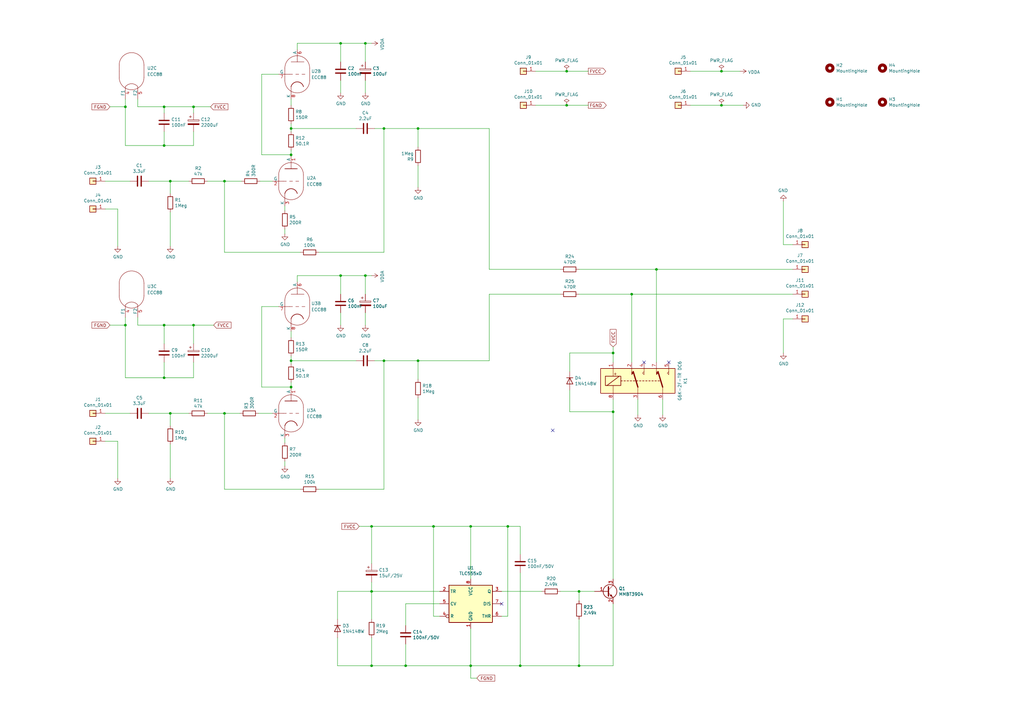
<source format=kicad_sch>
(kicad_sch (version 20211123) (generator eeschema)
  (paper "A3")
  (title_block (title "SRPP+ Pre-Amp ECC88/E88CC") (date "2022-08-13") (rev "V1"))
  (lib_symbols
    (symbol "Connector_Generic:Conn_01x01" (pin_names (offset 1.016) hide)
      (property "Reference" "J" (at 0 2.54 0))
      (property "Value" "Conn_01x01" (at 0 -2.54 0))
      (symbol "Conn_01x01_1_1"
        (rectangle (start -1.27 0.127) (end 0 -0.127) (stroke (width 0.1524)))
        (rectangle (start -1.27 1.27) (end 1.27 -1.27) (stroke (width 0.254)) (fill (type background)))
        (pin passive line (at -5.08 0 0) (length 3.81) (name "Pin_1") (number "1"))
      )
    )
    (symbol "Device:C" (pin_numbers hide) (pin_names (offset 0.254))
      (property "Reference" "C" (at 0.635 2.54 0))
      (property "Value" "C" (at 0.635 -2.54 0))
      (symbol "C_0_1"
        (polyline (pts (xy -2.032 -0.762) (xy 2.032 -0.762)) (stroke (width 0.508)))
        (polyline (pts (xy -2.032 0.762) (xy 2.032 0.762)) (stroke (width 0.508)))
      )
      (symbol "C_1_1"
        (pin passive line (at 0 3.81 270) (length 2.794) (name "~") (number "1"))
        (pin passive line (at 0 -3.81 90) (length 2.794) (name "~") (number "2"))
      )
    )
    (symbol "Device:C_Polarized" (pin_numbers hide) (pin_names (offset 0.254))
      (property "Reference" "C" (at 0.635 2.54 0))
      (property "Value" "C_Polarized" (at 0.635 -2.54 0))
      (symbol "C_Polarized_0_1"
        (rectangle (start -2.286 0.508) (end 2.286 1.016))
        (polyline (pts (xy -1.778 2.286) (xy -0.762 2.286)))
        (polyline (pts (xy -1.27 2.794) (xy -1.27 1.778)))
        (rectangle (start 2.286 -0.508) (end -2.286 -1.016) (fill (type outline)))
      )
      (symbol "C_Polarized_1_1"
        (pin passive line (at 0 3.81 270) (length 2.794) (name "~") (number "1"))
        (pin passive line (at 0 -3.81 90) (length 2.794) (name "~") (number "2"))
      )
    )
    (symbol "Device:R" (pin_numbers hide) (pin_names (offset 0))
      (property "Reference" "R" (at 2.032 0 90))
      (property "Value" "R" (at 0 0 90))
      (symbol "R_0_1"
        (rectangle (start -1.016 -2.54) (end 1.016 2.54) (stroke (width 0.254)))
      )
      (symbol "R_1_1"
        (pin passive line (at 0 3.81 270) (length 1.27) (name "~") (number "1"))
        (pin passive line (at 0 -3.81 90) (length 1.27) (name "~") (number "2"))
      )
    )
    (symbol "Diode:1N4148W" (pin_numbers hide) (pin_names (offset 1.016) hide)
      (property "Reference" "D" (at 0 2.54 0))
      (property "Value" "1N4148W" (at 0 -2.54 0))
      (symbol "1N4148W_0_1"
        (polyline (pts (xy -1.27 1.27) (xy -1.27 -1.27)) (stroke (width 0.254)))
        (polyline (pts (xy 1.27 0) (xy -1.27 0)))
        (polyline (pts (xy 1.27 1.27) (xy 1.27 -1.27) (xy -1.27 0) (xy 1.27 1.27)) (stroke (width 0.254)))
      )
      (symbol "1N4148W_1_1"
        (pin passive line (at -3.81 0 0) (length 2.54) (name "K") (number "1"))
        (pin passive line (at 3.81 0 180) (length 2.54) (name "A") (number "2"))
      )
    )
    (symbol "Mechanical:MountingHole" (pin_names (offset 1.016))
      (property "Reference" "H" (at 0 5.08 0))
      (property "Value" "MountingHole" (at 0 3.175 0))
      (symbol "MountingHole_0_1"
        (circle (center 0 0) (radius 1.27) (stroke (width 1.27)))
      )
    )
    (symbol "Relay:G6K-2"
      (property "Reference" "K" (at 16.51 3.81 0))
      (property "Value" "G6K-2" (at 16.51 1.27 0))
      (symbol "G6K-2_0_0"
        (text "+" (at -9.271 2.921 0) (effects (font (size 1.27 1.27))))
      )
      (symbol "G6K-2_0_1"
        (rectangle (start -15.24 5.08) (end 15.24 -5.08) (stroke (width 0.254)) (fill (type background)))
        (rectangle (start -13.335 1.905) (end -6.985 -1.905) (stroke (width 0.254)))
        (polyline (pts (xy -12.7 -1.905) (xy -7.62 1.905)) (stroke (width 0.254)))
        (polyline (pts (xy -10.16 -5.08) (xy -10.16 -1.905)))
        (polyline (pts (xy -10.16 5.08) (xy -10.16 1.905)))
        (polyline (pts (xy -6.985 0) (xy -6.35 0)) (stroke (width 0.254)))
        (polyline (pts (xy -5.715 0) (xy -5.08 0)) (stroke (width 0.254)))
        (polyline (pts (xy -4.445 0) (xy -3.81 0)) (stroke (width 0.254)))
        (polyline (pts (xy -3.175 0) (xy -2.54 0)) (stroke (width 0.254)))
        (polyline (pts (xy -1.905 0) (xy -1.27 0)) (stroke (width 0.254)))
        (polyline (pts (xy -0.635 0) (xy 0 0)) (stroke (width 0.254)))
        (polyline (pts (xy 0 -2.54) (xy -1.905 3.81)) (stroke (width 0.508)))
        (polyline (pts (xy 0 -2.54) (xy 0 -5.08)))
        (polyline (pts (xy 0.635 0) (xy 1.27 0)) (stroke (width 0.254)))
        (polyline (pts (xy 1.905 0) (xy 2.54 0)) (stroke (width 0.254)))
        (polyline (pts (xy 3.175 0) (xy 3.81 0)) (stroke (width 0.254)))
        (polyline (pts (xy 4.445 0) (xy 5.08 0)) (stroke (width 0.254)))
        (polyline (pts (xy 5.715 0) (xy 6.35 0)) (stroke (width 0.254)))
        (polyline (pts (xy 6.985 0) (xy 7.62 0)) (stroke (width 0.254)))
        (polyline (pts (xy 8.255 0) (xy 8.89 0)) (stroke (width 0.254)))
        (polyline (pts (xy 10.16 -2.54) (xy 8.255 3.81)) (stroke (width 0.508)))
        (polyline (pts (xy 10.16 -2.54) (xy 10.16 -5.08)))
        (polyline (pts (xy -2.54 5.08) (xy -2.54 2.54) (xy -1.905 3.175) (xy -2.54 3.81)) (fill (type outline)))
        (polyline (pts (xy 2.54 5.08) (xy 2.54 2.54) (xy 1.905 3.175) (xy 2.54 3.81)))
        (polyline (pts (xy 7.62 5.08) (xy 7.62 2.54) (xy 8.255 3.175) (xy 7.62 3.81)) (fill (type outline)))
        (polyline (pts (xy 12.7 5.08) (xy 12.7 2.54) (xy 12.065 3.175) (xy 12.7 3.81)))
      )
      (symbol "G6K-2_1_1"
        (pin passive line (at -10.16 7.62 270) (length 2.54) (name "~") (number "1"))
        (pin passive line (at -2.54 7.62 270) (length 2.54) (name "~") (number "2"))
        (pin passive line (at 0 -7.62 90) (length 2.54) (name "~") (number "3"))
        (pin passive line (at 2.54 7.62 270) (length 2.54) (name "~") (number "4"))
        (pin passive line (at 12.7 7.62 270) (length 2.54) (name "~") (number "5"))
        (pin passive line (at 10.16 -7.62 90) (length 2.54) (name "~") (number "6"))
        (pin passive line (at 7.62 7.62 270) (length 2.54) (name "~") (number "7"))
        (pin passive line (at -10.16 -7.62 90) (length 2.54) (name "~") (number "8"))
      )
    )
    (symbol "Timer:TLC555xD"
      (property "Reference" "U" (at -10.16 8.89 0))
      (property "Value" "TLC555xD" (at 2.54 8.89 0))
      (symbol "TLC555xD_0_0"
        (pin power_in line (at 0 -10.16 90) (length 2.54) (name "GND") (number "1"))
        (pin power_in line (at 0 10.16 270) (length 2.54) (name "VCC") (number "8"))
      )
      (symbol "TLC555xD_0_1"
        (rectangle (start -8.89 -7.62) (end 8.89 7.62) (stroke (width 0.254)) (fill (type background)))
        (rectangle (start -8.89 -7.62) (end 8.89 7.62) (stroke (width 0.254)) (fill (type background)))
      )
      (symbol "TLC555xD_1_1"
        (pin input line (at -12.7 5.08 0) (length 3.81) (name "TR") (number "2"))
        (pin output line (at 12.7 5.08 180) (length 3.81) (name "Q") (number "3"))
        (pin input inverted (at -12.7 -5.08 0) (length 3.81) (name "R") (number "4"))
        (pin input line (at -12.7 0 0) (length 3.81) (name "CV") (number "5"))
        (pin input line (at 12.7 -5.08 180) (length 3.81) (name "THR") (number "6"))
        (pin input line (at 12.7 0 180) (length 3.81) (name "DIS") (number "7"))
      )
    )
    (symbol "Transistor_BJT:MMBT3904" (pin_names (offset 0) hide)
      (property "Reference" "Q" (at 5.08 1.905 0))
      (property "Value" "MMBT3904" (at 5.08 0 0))
      (symbol "MMBT3904_0_1"
        (polyline (pts (xy 0.635 0.635) (xy 2.54 2.54)))
        (polyline (pts (xy 0.635 -0.635) (xy 2.54 -2.54) (xy 2.54 -2.54)))
        (polyline (pts (xy 0.635 1.905) (xy 0.635 -1.905) (xy 0.635 -1.905)) (stroke (width 0.508)))
        (polyline (pts (xy 1.27 -1.778) (xy 1.778 -1.27) (xy 2.286 -2.286) (xy 1.27 -1.778) (xy 1.27 -1.778)) (fill (type outline)))
        (circle (center 1.27 0) (radius 2.8194) (stroke (width 0.254)))
      )
      (symbol "MMBT3904_1_1"
        (pin input line (at -5.08 0 0) (length 5.715) (name "B") (number "1"))
        (pin passive line (at 2.54 -5.08 90) (length 2.54) (name "E") (number "2"))
        (pin passive line (at 2.54 5.08 270) (length 2.54) (name "C") (number "3"))
      )
    )
    (symbol "Valve:ECC88" (pin_names (offset 0))
      (property "Reference" "U" (at 4.318 7.112 0))
      (property "Value" "ECC88" (at 5.08 -7.62 0))
      (symbol "ECC88_0_1"
        (arc (start -5.08 -2.54) (mid 0 -7.62) (end 5.08 -2.54))
        (polyline (pts (xy -5.08 0) (xy -5.08 -2.54)))
        (polyline (pts (xy -5.08 2.54) (xy -5.08 0)))
        (polyline (pts (xy 5.08 2.54) (xy 5.08 -2.54)))
        (arc (start 5.08 2.54) (mid 0 7.62) (end -5.08 2.54))
      )
      (symbol "ECC88_1_0"
        (polyline (pts (xy -2.54 -5.08) (xy -2.54 -7.62)))
        (polyline (pts (xy 0 5.08) (xy 0 7.62)))
      )
      (symbol "ECC88_1_1"
        (polyline (pts (xy -5.08 0) (xy -3.175 0)))
        (polyline (pts (xy -1.905 0) (xy -3.175 0)) (stroke (width 0.1524)))
        (polyline (pts (xy -0.635 0) (xy 0.635 0)) (stroke (width 0.1524)))
        (polyline (pts (xy 1.905 0) (xy 3.175 0)) (stroke (width 0.1524)))
        (polyline (pts (xy -2.54 5.08) (xy 2.54 5.08) (xy 2.54 5.08)) (stroke (width 0.254)))
        (arc (start 2.54 -5.08) (mid 0 -3.0968) (end -2.54 -5.08) (stroke (width 0.254)))
        (pin output line (at 0 10.16 270) (length 2.54) (name "A") (number "1"))
        (pin input line (at -7.62 0 0) (length 2.54) (name "G") (number "2"))
        (pin bidirectional line (at -2.54 -10.16 90) (length 2.54) (name "K") (number "3"))
      )
      (symbol "ECC88_2_0"
        (polyline (pts (xy -5.08 0) (xy -3.175 0)))
        (polyline (pts (xy -2.54 -5.08) (xy -2.54 -7.62)))
        (polyline (pts (xy -1.905 0) (xy -3.175 0)) (stroke (width 0.1524)))
        (polyline (pts (xy -0.635 0) (xy 0.635 0)) (stroke (width 0.1524)))
        (polyline (pts (xy 0 5.08) (xy 0 7.62)))
        (polyline (pts (xy 1.905 0) (xy 3.175 0)) (stroke (width 0.1524)))
        (polyline (pts (xy 2.794 5.08) (xy -2.54 5.08) (xy -2.54 5.08)) (stroke (width 0.1524)))
      )
      (symbol "ECC88_2_1"
        (arc (start 2.54 -5.08) (mid 0 -3.0968) (end -2.54 -5.08) (stroke (width 0.254)))
        (pin output line (at 0 10.16 270) (length 2.54) (name "A") (number "6"))
        (pin input line (at -7.62 0 0) (length 2.54) (name "G") (number "7"))
        (pin bidirectional line (at -2.54 -10.16 90) (length 2.54) (name "K") (number "8"))
      )
      (symbol "ECC88_3_1"
        (arc (start 2.54 -6.35) (mid 0 -5.1292) (end -2.54 -6.35))
        (pin power_in line (at -2.54 -11.43 90) (length 5.08) (name "F1") (number "4"))
        (pin power_in line (at 2.54 -11.43 90) (length 5.08) (name "F2") (number "5"))
      )
    )
    (symbol "power:GND" (power) (pin_names (offset 0))
      (property "Value" "GND" (at 0 -3.81 0))
      (symbol "GND_0_1"
        (polyline (pts (xy 0 0) (xy 0 -1.27) (xy 1.27 -1.27) (xy 0 -2.54) (xy -1.27 -1.27) (xy 0 -1.27)))
      )
      (symbol "GND_1_1"
        (pin power_in line (at 0 0 270) (length 0) hide (name "GND") (number "1"))
      )
    )
    (symbol "power:PWR_FLAG" (power) (pin_numbers hide) (pin_names (offset 0) hide)
      (property "Value" "PWR_FLAG" (at 0 3.81 0))
      (symbol "PWR_FLAG_0_0"
        (pin power_out line (at 0 0 90) (length 0) (name "pwr") (number "1"))
      )
      (symbol "PWR_FLAG_0_1"
        (polyline (pts (xy 0 0) (xy 0 1.27) (xy -1.016 1.905) (xy 0 2.54) (xy 1.016 1.905) (xy 0 1.27)))
      )
    )
    (symbol "power:VDDA" (power) (pin_names (offset 0))
      (property "Value" "VDDA" (at 0 3.81 0))
      (symbol "VDDA_0_1"
        (polyline (pts (xy -0.762 1.27) (xy 0 2.54)))
        (polyline (pts (xy 0 0) (xy 0 2.54)))
        (polyline (pts (xy 0 2.54) (xy 0.762 1.27)))
      )
      (symbol "VDDA_1_1"
        (pin power_in line (at 0 0 90) (length 0) hide (name "VDDA") (number "1"))
      )
    )
  )
  (junction (at 193.04 215.9))
  (junction (at 67.31 154.94))
  (junction (at 237.49 273.05))
  (junction (at 79.375 43.815))
  (junction (at 119.38 147.955))
  (junction (at 152.4 273.05))
  (junction (at 51.435 43.815))
  (junction (at 251.46 144.78))
  (junction (at 295.91 43.18))
  (junction (at 251.46 168.91))
  (junction (at 69.85 74.295))
  (junction (at 193.04 273.05))
  (junction (at 177.8 215.9))
  (junction (at 152.4 242.57))
  (junction (at 67.31 133.35))
  (junction (at 67.31 43.815))
  (junction (at 139.7 17.78))
  (junction (at 232.41 43.18))
  (junction (at 295.91 29.21))
  (junction (at 119.38 63.5))
  (junction (at 67.31 59.69))
  (junction (at 79.375 133.35))
  (junction (at 152.4 215.9))
  (junction (at 171.45 147.955))
  (junction (at 157.48 52.705))
  (junction (at 269.24 110.49))
  (junction (at 92.075 169.545))
  (junction (at 208.28 215.9))
  (junction (at 171.45 52.705))
  (junction (at 119.38 158.75))
  (junction (at 51.435 133.35))
  (junction (at 232.41 29.21))
  (junction (at 237.49 242.57))
  (junction (at 259.08 120.65))
  (junction (at 213.36 273.05))
  (junction (at 157.48 147.955))
  (junction (at 149.86 113.03))
  (junction (at 139.7 113.03))
  (junction (at 92.075 74.295))
  (junction (at 119.38 52.705))
  (junction (at 166.37 273.05))
  (junction (at 149.86 17.78))
  (junction (at 69.85 169.545))
  (no_connect (at 264.16 148.59))
  (no_connect (at 274.32 148.59))
  (no_connect (at 226.695 176.53))
  (no_connect (at 205.74 247.65))
  (wire (pts (xy 157.48 52.705) (xy 153.67 52.705)))
  (wire (pts (xy 138.43 273.05) (xy 138.43 261.62)))
  (wire (pts (xy 208.28 252.73) (xy 208.28 215.9)))
  (wire (pts (xy 193.04 273.05) (xy 193.04 278.13)))
  (wire (pts (xy 92.075 169.545) (xy 98.425 169.545)))
  (wire (pts (xy 213.36 227.33) (xy 213.36 215.9)))
  (wire (pts (xy 233.68 152.4) (xy 233.68 144.78)))
  (wire (pts (xy 119.38 52.705) (xy 119.38 53.975)))
  (wire (pts (xy 85.09 169.545) (xy 92.075 169.545)))
  (wire (pts (xy 149.86 113.03) (xy 149.86 120.65)))
  (wire (pts (xy 213.36 273.05) (xy 193.04 273.05)))
  (wire (pts (xy 321.31 144.78) (xy 321.31 130.81)))
  (wire (pts (xy 106.68 74.295) (xy 111.76 74.295)))
  (wire (pts (xy 139.7 17.78) (xy 149.86 17.78)))
  (wire (pts (xy 79.375 53.975) (xy 79.375 59.69)))
  (wire (pts (xy 213.36 234.95) (xy 213.36 273.05)))
  (wire (pts (xy 153.67 147.955) (xy 157.48 147.955)))
  (wire (pts (xy 321.31 100.33) (xy 321.31 82.55)))
  (wire (pts (xy 321.31 130.81) (xy 325.12 130.81)))
  (wire (pts (xy 67.31 154.94) (xy 67.31 148.59)))
  (wire (pts (xy 139.7 38.1) (xy 139.7 33.02)))
  (wire (pts (xy 180.34 247.65) (xy 166.37 247.65)))
  (wire (pts (xy 237.49 273.05) (xy 213.36 273.05)))
  (wire (pts (xy 67.31 53.975) (xy 67.31 59.69)))
  (wire (pts (xy 69.85 169.545) (xy 60.96 169.545)))
  (wire (pts (xy 157.48 147.955) (xy 157.48 200.66)))
  (wire (pts (xy 85.09 74.295) (xy 92.075 74.295)))
  (wire (pts (xy 51.435 154.94) (xy 67.31 154.94)))
  (wire (pts (xy 237.49 242.57) (xy 229.87 242.57)))
  (wire (pts (xy 116.84 189.23) (xy 116.84 191.135)))
  (wire (pts (xy 200.66 110.49) (xy 200.66 52.705)))
  (wire (pts (xy 92.075 74.295) (xy 99.06 74.295)))
  (wire (pts (xy 67.31 43.815) (xy 79.375 43.815)))
  (wire (pts (xy 219.71 43.18) (xy 232.41 43.18)))
  (wire (pts (xy 139.7 113.03) (xy 149.86 113.03)))
  (wire (pts (xy 77.47 74.295) (xy 69.85 74.295)))
  (wire (pts (xy 139.7 120.65) (xy 139.7 113.03)))
  (wire (pts (xy 171.45 60.325) (xy 171.45 52.705)))
  (wire (pts (xy 149.86 133.35) (xy 149.86 128.27)))
  (wire (pts (xy 51.435 43.815) (xy 51.435 59.69)))
  (wire (pts (xy 119.38 147.955) (xy 119.38 149.225)))
  (wire (pts (xy 121.92 115.57) (xy 121.92 113.03)))
  (wire (pts (xy 295.91 29.21) (xy 283.21 29.21)))
  (wire (pts (xy 195.58 278.13) (xy 193.04 278.13)))
  (wire (pts (xy 152.4 242.57) (xy 152.4 254)))
  (wire (pts (xy 177.8 252.73) (xy 177.8 215.9)))
  (wire (pts (xy 119.38 147.955) (xy 146.05 147.955)))
  (wire (pts (xy 193.04 257.81) (xy 193.04 273.05)))
  (wire (pts (xy 130.81 103.505) (xy 157.48 103.505)))
  (wire (pts (xy 69.85 174.625) (xy 69.85 169.545)))
  (wire (pts (xy 303.53 29.21) (xy 295.91 29.21)))
  (wire (pts (xy 251.46 163.83) (xy 251.46 168.91)))
  (wire (pts (xy 251.46 144.78) (xy 251.46 142.24)))
  (wire (pts (xy 157.48 52.705) (xy 171.45 52.705)))
  (wire (pts (xy 79.375 140.97) (xy 79.375 133.35)))
  (wire (pts (xy 56.515 133.35) (xy 67.31 133.35)))
  (wire (pts (xy 243.84 242.57) (xy 237.49 242.57)))
  (wire (pts (xy 67.31 43.815) (xy 67.31 46.355)))
  (wire (pts (xy 119.105 147.955) (xy 119.38 147.955)))
  (wire (pts (xy 51.435 154.94) (xy 51.435 133.35)))
  (wire (pts (xy 51.435 133.35) (xy 51.435 130.175)))
  (wire (pts (xy 205.74 242.57) (xy 222.25 242.57)))
  (wire (pts (xy 45.085 133.35) (xy 51.435 133.35)))
  (wire (pts (xy 251.46 247.65) (xy 251.46 273.05)))
  (wire (pts (xy 233.68 168.91) (xy 251.46 168.91)))
  (wire (pts (xy 48.26 85.725) (xy 43.18 85.725)))
  (wire (pts (xy 237.49 120.65) (xy 259.08 120.65)))
  (wire (pts (xy 67.31 154.94) (xy 79.375 154.94)))
  (wire (pts (xy 119.38 61.595) (xy 119.38 63.5)))
  (wire (pts (xy 138.43 242.57) (xy 138.43 254)))
  (wire (pts (xy 149.86 113.03) (xy 152.4 113.03)))
  (wire (pts (xy 56.515 43.815) (xy 56.515 40.64)))
  (wire (pts (xy 157.48 200.66) (xy 130.81 200.66)))
  (wire (pts (xy 119.38 40.64) (xy 119.38 43.18)))
  (wire (pts (xy 123.19 200.66) (xy 92.075 200.66)))
  (wire (pts (xy 149.86 17.78) (xy 152.4 17.78)))
  (wire (pts (xy 269.24 148.59) (xy 269.24 110.49)))
  (wire (pts (xy 106.045 169.545) (xy 111.76 169.545)))
  (wire (pts (xy 152.4 273.05) (xy 138.43 273.05)))
  (wire (pts (xy 171.45 67.945) (xy 171.45 76.835)))
  (wire (pts (xy 259.08 148.59) (xy 259.08 120.65)))
  (wire (pts (xy 213.36 215.9) (xy 208.28 215.9)))
  (wire (pts (xy 114.3 30.48) (xy 107.315 30.48)))
  (wire (pts (xy 237.49 246.38) (xy 237.49 242.57)))
  (wire (pts (xy 149.86 38.1) (xy 149.86 33.02)))
  (wire (pts (xy 200.66 120.65) (xy 229.87 120.65)))
  (wire (pts (xy 114.3 125.73) (xy 107.315 125.73)))
  (wire (pts (xy 69.85 79.375) (xy 69.85 74.295)))
  (wire (pts (xy 69.85 100.965) (xy 69.85 86.995)))
  (wire (pts (xy 43.18 169.545) (xy 53.34 169.545)))
  (wire (pts (xy 121.92 113.03) (xy 139.7 113.03)))
  (wire (pts (xy 193.04 273.05) (xy 166.37 273.05)))
  (wire (pts (xy 107.315 158.75) (xy 119.38 158.75)))
  (wire (pts (xy 79.375 59.69) (xy 67.31 59.69)))
  (wire (pts (xy 283.21 43.18) (xy 295.91 43.18)))
  (wire (pts (xy 157.48 147.955) (xy 171.45 147.955)))
  (wire (pts (xy 116.84 84.455) (xy 116.84 86.36)))
  (wire (pts (xy 251.46 148.59) (xy 251.46 144.78)))
  (wire (pts (xy 171.45 155.575) (xy 171.45 147.955)))
  (wire (pts (xy 166.37 273.05) (xy 166.37 264.16)))
  (wire (pts (xy 116.84 93.98) (xy 116.84 95.885)))
  (wire (pts (xy 232.41 29.21) (xy 241.3 29.21)))
  (wire (pts (xy 200.66 52.705) (xy 171.45 52.705)))
  (wire (pts (xy 152.4 242.57) (xy 152.4 238.76)))
  (wire (pts (xy 121.92 20.32) (xy 121.92 17.78)))
  (wire (pts (xy 119.38 52.705) (xy 146.05 52.705)))
  (wire (pts (xy 43.18 74.295) (xy 53.34 74.295)))
  (wire (pts (xy 295.91 43.18) (xy 304.8 43.18)))
  (wire (pts (xy 233.68 160.02) (xy 233.68 168.91)))
  (wire (pts (xy 139.7 25.4) (xy 139.7 17.78)))
  (wire (pts (xy 119.38 156.845) (xy 119.38 158.75)))
  (wire (pts (xy 69.85 196.215) (xy 69.85 182.245)))
  (wire (pts (xy 269.24 110.49) (xy 325.12 110.49)))
  (wire (pts (xy 259.08 120.65) (xy 325.12 120.65)))
  (wire (pts (xy 48.26 100.965) (xy 48.26 85.725)))
  (wire (pts (xy 119.38 146.05) (xy 119.38 147.955)))
  (wire (pts (xy 157.48 52.705) (xy 157.48 103.505)))
  (wire (pts (xy 51.435 59.69) (xy 67.31 59.69)))
  (wire (pts (xy 56.515 43.815) (xy 67.31 43.815)))
  (wire (pts (xy 200.66 120.65) (xy 200.66 147.955)))
  (wire (pts (xy 193.04 215.9) (xy 177.8 215.9)))
  (wire (pts (xy 152.4 231.14) (xy 152.4 215.9)))
  (wire (pts (xy 79.375 43.815) (xy 86.36 43.815)))
  (wire (pts (xy 251.46 168.91) (xy 251.46 237.49)))
  (wire (pts (xy 107.315 30.48) (xy 107.315 63.5)))
  (wire (pts (xy 208.28 215.9) (xy 193.04 215.9)))
  (wire (pts (xy 180.34 242.57) (xy 152.4 242.57)))
  (wire (pts (xy 119.38 135.89) (xy 119.38 138.43)))
  (wire (pts (xy 48.26 180.975) (xy 43.18 180.975)))
  (wire (pts (xy 261.62 170.18) (xy 261.62 163.83)))
  (wire (pts (xy 232.41 29.21) (xy 219.71 29.21)))
  (wire (pts (xy 92.075 200.66) (xy 92.075 169.545)))
  (wire (pts (xy 67.31 133.35) (xy 79.375 133.35)))
  (wire (pts (xy 271.78 170.18) (xy 271.78 163.83)))
  (wire (pts (xy 166.37 273.05) (xy 152.4 273.05)))
  (wire (pts (xy 232.41 43.18) (xy 241.3 43.18)))
  (wire (pts (xy 233.68 144.78) (xy 251.46 144.78)))
  (wire (pts (xy 147.32 215.9) (xy 152.4 215.9)))
  (wire (pts (xy 51.435 43.815) (xy 51.435 40.64)))
  (wire (pts (xy 92.075 103.505) (xy 92.075 74.295)))
  (wire (pts (xy 107.315 63.5) (xy 119.38 63.5)))
  (wire (pts (xy 149.86 17.78) (xy 149.86 25.4)))
  (wire (pts (xy 79.375 154.94) (xy 79.375 148.59)))
  (wire (pts (xy 251.46 273.05) (xy 237.49 273.05)))
  (wire (pts (xy 152.4 273.05) (xy 152.4 261.62)))
  (wire (pts (xy 79.375 133.35) (xy 87.63 133.35)))
  (wire (pts (xy 79.375 43.815) (xy 79.375 46.355)))
  (wire (pts (xy 152.4 215.9) (xy 177.8 215.9)))
  (wire (pts (xy 77.47 169.545) (xy 69.85 169.545)))
  (wire (pts (xy 119.38 63.5) (xy 119.38 64.135)))
  (wire (pts (xy 237.49 110.49) (xy 269.24 110.49)))
  (wire (pts (xy 48.26 196.215) (xy 48.26 180.975)))
  (wire (pts (xy 200.66 147.955) (xy 171.45 147.955)))
  (wire (pts (xy 107.315 125.73) (xy 107.315 158.75)))
  (wire (pts (xy 171.45 172.085) (xy 171.45 163.195)))
  (wire (pts (xy 200.66 110.49) (xy 229.87 110.49)))
  (wire (pts (xy 152.4 242.57) (xy 138.43 242.57)))
  (wire (pts (xy 123.19 103.505) (xy 92.075 103.505)))
  (wire (pts (xy 45.085 43.815) (xy 51.435 43.815)))
  (wire (pts (xy 69.85 74.295) (xy 60.96 74.295)))
  (wire (pts (xy 205.74 252.73) (xy 208.28 252.73)))
  (wire (pts (xy 67.31 140.97) (xy 67.31 133.35)))
  (wire (pts (xy 119.38 50.8) (xy 119.38 52.705)))
  (wire (pts (xy 193.04 237.49) (xy 193.04 215.9)))
  (wire (pts (xy 119.38 158.75) (xy 119.38 159.385)))
  (wire (pts (xy 121.92 17.78) (xy 139.7 17.78)))
  (wire (pts (xy 116.84 179.705) (xy 116.84 181.61)))
  (wire (pts (xy 325.12 100.33) (xy 321.31 100.33)))
  (wire (pts (xy 56.515 133.35) (xy 56.515 130.175)))
  (wire (pts (xy 180.34 252.73) (xy 177.8 252.73)))
  (wire (pts (xy 237.49 254) (xy 237.49 273.05)))
  (wire (pts (xy 139.7 133.35) (xy 139.7 128.27)))
  (wire (pts (xy 166.37 247.65) (xy 166.37 256.54)))
  (global_label "FGND" (shape output) (at 241.3 43.18 0) (property "Intersheet References" "${INTERSHEET_REFS}" (effects hide)))
  (global_label "FVCC" (shape output) (at 241.3 29.21 0) (property "Intersheet References" "${INTERSHEET_REFS}" (effects hide)))
  (global_label "FVCC" (shape input) (at 147.32 215.9 180) (property "Intersheet References" "${INTERSHEET_REFS}" (effects hide)))
  (global_label "FGND" (shape input) (at 45.085 133.35 180) (property "Intersheet References" "${INTERSHEET_REFS}" (effects hide)))
  (global_label "FGND" (shape input) (at 195.58 278.13 0) (property "Intersheet References" "${INTERSHEET_REFS}" (effects hide)))
  (global_label "FGND" (shape input) (at 45.085 43.815 180) (property "Intersheet References" "${INTERSHEET_REFS}" (effects hide)))
  (global_label "FVCC" (shape input) (at 251.46 142.24 90) (property "Intersheet References" "${INTERSHEET_REFS}" (effects hide)))
  (global_label "FVCC" (shape input) (at 86.36 43.815 0) (property "Intersheet References" "${INTERSHEET_REFS}" (effects hide)))
  (global_label "FVCC" (shape input) (at 87.63 133.35 0) (property "Intersheet References" "${INTERSHEET_REFS}" (effects hide)))
  (symbol (lib_id "Device:R") (at 81.28 74.295 270) (unit 1)
    (property "Reference" "R2" (at 81.28 69.0372 90))
    (property "Value" "47k" (at 81.28 71.3486 90))
    (property "Footprint" "Resistor_SMD:R_MELF_MMB-0207" (effects hide))
  )
  (symbol (lib_id "Device:R") (at 69.85 83.185 0) (unit 1)
    (property "Reference" "R1" (at 71.628 82.0166 0) (effects (justify left)))
    (property "Value" "1Meg" (at 71.628 84.328 0) (effects (justify left)))
    (property "Footprint" "Resistor_SMD:R_MELF_MMB-0207" (effects hide))
  )
  (symbol (lib_id "Connector_Generic:Conn_01x01") (at 38.1 74.295 180) (unit 1)
    (property "Reference" "J3" (at 40.1828 68.58 0))
    (property "Value" "Conn_01x01" (at 40.1828 70.8914 0))
    (property "Footprint" "Connector_Pin:Pin_D1.0mm_L10.0mm" (effects hide))
  )
  (symbol (lib_id "Connector_Generic:Conn_01x01") (at 38.1 85.725 180) (unit 1)
    (property "Reference" "J4" (at 40.1828 80.01 0))
    (property "Value" "Conn_01x01" (at 40.1828 82.3214 0))
    (property "Footprint" "Connector_Pin:Pin_D1.0mm_L10.0mm" (effects hide))
  )
  (symbol (lib_id "Connector_Generic:Conn_01x01") (at 278.13 29.21 180) (unit 1)
    (property "Reference" "J5" (at 280.2128 23.495 0))
    (property "Value" "Conn_01x01" (at 280.2128 25.8064 0))
    (property "Footprint" "Connector_Pin:Pin_D1.3mm_L11.0mm" (effects hide))
  )
  (symbol (lib_id "Connector_Generic:Conn_01x01") (at 278.13 43.18 180) (unit 1)
    (property "Reference" "J6" (at 280.2128 37.465 0))
    (property "Value" "Conn_01x01" (at 280.2128 39.7764 0))
    (property "Footprint" "Connector_Pin:Pin_D1.3mm_L11.0mm" (effects hide))
  )
  (symbol (lib_id "Device:C") (at 57.15 74.295 270) (unit 1)
    (property "Reference" "C1" (at 57.15 67.8942 90))
    (property "Value" "3.3uF" (at 57.15 70.2056 90))
    (property "Footprint" "Capacitor_THT:C_Rect_L7.2mm_W7.2mm_P5.00mm_FKS2_FKP2_MKS2_MKP2" (effects hide))
  )
  (symbol (lib_id "Mechanical:MountingHole") (at 340.36 27.94 0) (unit 1)
    (property "Reference" "H2" (at 342.9 26.7716 0) (effects (justify left)))
    (property "Value" "MountingHole" (at 342.9 29.083 0) (effects (justify left)))
    (property "Footprint" "MountingHole:MountingHole_3.2mm_M3" (effects hide))
  )
  (symbol (lib_id "Mechanical:MountingHole") (at 361.95 27.94 0) (unit 1)
    (property "Reference" "H4" (at 364.49 26.7716 0) (effects (justify left)))
    (property "Value" "MountingHole" (at 364.49 29.083 0) (effects (justify left)))
    (property "Footprint" "MountingHole:MountingHole_3.2mm_M3" (effects hide))
  )
  (symbol (lib_id "Mechanical:MountingHole") (at 340.36 41.91 0) (unit 1)
    (property "Reference" "H1" (at 342.9 40.7416 0) (effects (justify left)))
    (property "Value" "MountingHole" (at 342.9 43.053 0) (effects (justify left)))
    (property "Footprint" "MountingHole:MountingHole_3.2mm_M3" (effects hide))
  )
  (symbol (lib_id "Mechanical:MountingHole") (at 361.95 41.91 0) (unit 1)
    (property "Reference" "H3" (at 364.49 40.7416 0) (effects (justify left)))
    (property "Value" "MountingHole" (at 364.49 43.053 0) (effects (justify left)))
    (property "Footprint" "MountingHole:MountingHole_3.2mm_M3" (effects hide))
  )
  (symbol (lib_id "power:PWR_FLAG") (at 295.91 29.21 0) (unit 1)
    (property "Reference" "#FLG04" (effects hide))
    (property "Value" "PWR_FLAG" (at 295.91 24.8158 0))
  )
  (symbol (lib_id "power:GND") (at 304.8 43.18 90) (unit 1)
    (property "Reference" "#PWR05" (effects hide))
    (property "Value" "GND" (at 308.0512 43.053 90) (effects (justify right)))
  )
  (symbol (lib_id "power:PWR_FLAG") (at 295.91 43.18 0) (unit 1)
    (property "Reference" "#FLG03" (effects hide))
    (property "Value" "PWR_FLAG" (at 295.91 38.7858 0))
  )
  (symbol (lib_id "power:VDDA") (at 303.53 29.21 270) (unit 1)
    (property "Reference" "#PWR07" (effects hide))
    (property "Value" "VDDA" (at 306.7812 29.591 90) (effects (justify left)))
  )
  (symbol (lib_id "Device:C_Polarized") (at 149.86 29.21 0) (unit 1)
    (property "Reference" "C3" (at 152.8572 28.0416 0) (effects (justify left)))
    (property "Value" "100uF" (at 152.8572 30.353 0) (effects (justify left)))
    (property "Footprint" "Capacitor_THT:CP_Radial_D18.0mm_P7.50mm" (effects hide))
  )
  (symbol (lib_id "Device:C") (at 139.7 29.21 0) (unit 1)
    (property "Reference" "C2" (at 142.621 28.0416 0) (effects (justify left)))
    (property "Value" "100nF" (at 142.621 30.353 0) (effects (justify left)))
    (property "Footprint" "Capacitor_THT:C_Rect_L16.5mm_W5.0mm_P15.00mm_MKT" (effects hide))
  )
  (symbol (lib_id "Device:R") (at 171.45 64.135 180) (unit 1)
    (property "Reference" "R9" (at 169.672 65.3034 0) (effects (justify left)))
    (property "Value" "1Meg" (at 169.672 62.992 0) (effects (justify left)))
    (property "Footprint" "Resistor_SMD:R_MELF_MMB-0207" (effects hide))
  )
  (symbol (lib_id "Device:C") (at 149.86 52.705 270) (unit 1)
    (property "Reference" "C4" (at 149.86 46.3042 90))
    (property "Value" "2.2uF" (at 149.86 48.6156 90))
    (property "Footprint" "Capacitor_THT:C_Rect_L31.5mm_W11.0mm_P27.50mm_MKS4" (effects hide))
  )
  (symbol (lib_id "Device:R") (at 127 103.505 270) (unit 1)
    (property "Reference" "R6" (at 127 98.2472 90))
    (property "Value" "100k" (at 127 100.5586 90))
    (property "Footprint" "Resistor_SMD:R_MELF_MMB-0207" (effects hide))
  )
  (symbol (lib_id "Connector_Generic:Conn_01x01") (at 330.2 110.49 0) (mirror x) (unit 1)
    (property "Reference" "J7" (at 328.1172 104.775 0))
    (property "Value" "Conn_01x01" (at 328.1172 107.0864 0))
    (property "Footprint" "Connector_Pin:Pin_D1.0mm_L10.0mm" (effects hide))
  )
  (symbol (lib_id "Connector_Generic:Conn_01x01") (at 330.2 100.33 0) (mirror x) (unit 1)
    (property "Reference" "J8" (at 328.1172 94.615 0))
    (property "Value" "Conn_01x01" (at 328.1172 96.9264 0))
    (property "Footprint" "Connector_Pin:Pin_D1.0mm_L10.0mm" (effects hide))
  )
  (symbol (lib_id "power:GND") (at 149.86 38.1 0) (unit 1)
    (property "Reference" "#PWR014" (effects hide))
    (property "Value" "GND" (at 149.987 42.4942 0))
  )
  (symbol (lib_id "power:GND") (at 139.7 38.1 0) (unit 1)
    (property "Reference" "#PWR011" (effects hide))
    (property "Value" "GND" (at 139.827 42.4942 0))
  )
  (symbol (lib_id "power:GND") (at 69.85 100.965 0) (unit 1)
    (property "Reference" "#PWR04" (effects hide))
    (property "Value" "GND" (at 69.977 105.3592 0))
  )
  (symbol (lib_id "power:GND") (at 48.26 100.965 0) (unit 1)
    (property "Reference" "#PWR03" (effects hide))
    (property "Value" "GND" (at 48.387 105.3592 0))
  )
  (symbol (lib_id "power:VDDA") (at 152.4 17.78 270) (unit 1)
    (property "Reference" "#PWR013" (effects hide))
    (property "Value" "VDDA" (at 156.7942 18.161 0))
  )
  (symbol (lib_id "Connector_Generic:Conn_01x01") (at 214.63 29.21 180) (unit 1)
    (property "Reference" "J9" (at 216.7128 23.495 0))
    (property "Value" "Conn_01x01" (at 216.7128 25.8064 0))
    (property "Footprint" "Connector_Pin:Pin_D1.3mm_L11.0mm" (effects hide))
  )
  (symbol (lib_id "Connector_Generic:Conn_01x01") (at 214.63 43.18 180) (unit 1)
    (property "Reference" "J10" (at 216.7128 37.465 0))
    (property "Value" "Conn_01x01" (at 216.7128 39.7764 0))
    (property "Footprint" "Connector_Pin:Pin_D1.3mm_L11.0mm" (effects hide))
  )
  (symbol (lib_id "power:PWR_FLAG") (at 232.41 29.21 0) (unit 1)
    (property "Reference" "#FLG01" (effects hide))
    (property "Value" "PWR_FLAG" (at 232.41 24.8158 0))
  )
  (symbol (lib_id "power:PWR_FLAG") (at 232.41 43.18 0) (unit 1)
    (property "Reference" "#FLG02" (effects hide))
    (property "Value" "PWR_FLAG" (at 232.41 38.7858 0))
  )
  (symbol (lib_id "Device:R") (at 81.28 169.545 270) (unit 1)
    (property "Reference" "R11" (at 81.28 164.2872 90))
    (property "Value" "47k" (at 81.28 166.5986 90))
    (property "Footprint" "Resistor_SMD:R_MELF_MMB-0207" (effects hide))
  )
  (symbol (lib_id "Device:R") (at 69.85 178.435 0) (unit 1)
    (property "Reference" "R10" (at 71.628 177.2666 0) (effects (justify left)))
    (property "Value" "1Meg" (at 71.628 179.578 0) (effects (justify left)))
    (property "Footprint" "Resistor_SMD:R_MELF_MMB-0207" (effects hide))
  )
  (symbol (lib_id "Connector_Generic:Conn_01x01") (at 38.1 169.545 180) (unit 1)
    (property "Reference" "J1" (at 40.1828 163.83 0))
    (property "Value" "Conn_01x01" (at 40.1828 166.1414 0))
    (property "Footprint" "Connector_Pin:Pin_D1.0mm_L10.0mm" (effects hide))
  )
  (symbol (lib_id "Connector_Generic:Conn_01x01") (at 38.1 180.975 180) (unit 1)
    (property "Reference" "J2" (at 40.1828 175.26 0))
    (property "Value" "Conn_01x01" (at 40.1828 177.5714 0))
    (property "Footprint" "Connector_Pin:Pin_D1.0mm_L10.0mm" (effects hide))
  )
  (symbol (lib_id "Device:C") (at 57.15 169.545 270) (unit 1)
    (property "Reference" "C5" (at 57.15 163.1442 90))
    (property "Value" "3.3uF" (at 57.15 165.4556 90))
    (property "Footprint" "Capacitor_THT:C_Rect_L7.2mm_W7.2mm_P5.00mm_FKS2_FKP2_MKS2_MKP2" (effects hide))
  )
  (symbol (lib_id "Device:C_Polarized") (at 149.86 124.46 0) (unit 1)
    (property "Reference" "C7" (at 152.8572 123.2916 0) (effects (justify left)))
    (property "Value" "100uF" (at 152.8572 125.603 0) (effects (justify left)))
    (property "Footprint" "Capacitor_THT:CP_Radial_D18.0mm_P7.50mm" (effects hide))
  )
  (symbol (lib_id "Device:C") (at 139.7 124.46 0) (unit 1)
    (property "Reference" "C6" (at 142.621 123.2916 0) (effects (justify left)))
    (property "Value" "100nF" (at 142.621 125.603 0) (effects (justify left)))
    (property "Footprint" "Capacitor_THT:C_Rect_L16.5mm_W5.0mm_P15.00mm_MKT" (effects hide))
  )
  (symbol (lib_id "Device:R") (at 171.45 159.385 0) (unit 1)
    (property "Reference" "R18" (at 173.228 158.2166 0) (effects (justify left)))
    (property "Value" "1Meg" (at 173.228 160.528 0) (effects (justify left)))
    (property "Footprint" "Resistor_SMD:R_MELF_MMB-0207" (effects hide))
  )
  (symbol (lib_id "Device:C") (at 149.86 147.955 270) (unit 1)
    (property "Reference" "C8" (at 149.86 141.5542 90))
    (property "Value" "2.2uF" (at 149.86 143.8656 90))
    (property "Footprint" "Capacitor_THT:C_Rect_L31.5mm_W11.0mm_P27.50mm_MKS4" (effects hide))
  )
  (symbol (lib_id "Device:R") (at 127 200.66 270) (unit 1)
    (property "Reference" "R15" (at 127 195.4022 90))
    (property "Value" "100k" (at 127 197.7136 90))
    (property "Footprint" "Resistor_SMD:R_MELF_MMB-0207" (effects hide))
  )
  (symbol (lib_id "Connector_Generic:Conn_01x01") (at 330.2 120.65 0) (mirror x) (unit 1)
    (property "Reference" "J11" (at 328.1172 114.935 0))
    (property "Value" "Conn_01x01" (at 328.1172 117.2464 0))
    (property "Footprint" "Connector_Pin:Pin_D1.0mm_L10.0mm" (effects hide))
  )
  (symbol (lib_id "Connector_Generic:Conn_01x01") (at 330.2 130.81 0) (mirror x) (unit 1)
    (property "Reference" "J12" (at 328.1172 125.095 0))
    (property "Value" "Conn_01x01" (at 328.1172 127.4064 0))
    (property "Footprint" "Connector_Pin:Pin_D1.0mm_L10.0mm" (effects hide))
  )
  (symbol (lib_id "power:GND") (at 321.31 144.78 0) (unit 1)
    (property "Reference" "#PWR028" (effects hide))
    (property "Value" "GND" (at 321.437 149.1742 0))
  )
  (symbol (lib_id "power:GND") (at 149.86 133.35 0) (unit 1)
    (property "Reference" "#PWR026" (effects hide))
    (property "Value" "GND" (at 149.987 137.7442 0))
  )
  (symbol (lib_id "power:GND") (at 139.7 133.35 0) (unit 1)
    (property "Reference" "#PWR023" (effects hide))
    (property "Value" "GND" (at 139.827 137.7442 0))
  )
  (symbol (lib_id "power:GND") (at 69.85 196.215 0) (unit 1)
    (property "Reference" "#PWR017" (effects hide))
    (property "Value" "GND" (at 69.977 200.6092 0))
  )
  (symbol (lib_id "power:GND") (at 48.26 196.215 0) (unit 1)
    (property "Reference" "#PWR02" (effects hide))
    (property "Value" "GND" (at 48.387 200.6092 0))
  )
  (symbol (lib_id "power:VDDA") (at 152.4 113.03 270) (unit 1)
    (property "Reference" "#PWR025" (effects hide))
    (property "Value" "VDDA" (at 156.7942 113.411 0))
  )
  (symbol (lib_id "Device:C_Polarized") (at 79.375 144.78 0) (unit 1)
    (property "Reference" "C10" (at 82.3722 143.6116 0) (effects (justify left)))
    (property "Value" "2200uF" (at 82.3722 145.923 0) (effects (justify left)))
    (property "Footprint" "Capacitor_THT:CP_Radial_D16.0mm_P7.50mm" (effects hide))
  )
  (symbol (lib_id "Device:C") (at 67.31 144.78 0) (unit 1)
    (property "Reference" "C9" (at 70.231 143.6116 0) (effects (justify left)))
    (property "Value" "100nF" (at 70.231 145.923 0) (effects (justify left)))
    (property "Footprint" "Capacitor_THT:C_Rect_L7.2mm_W2.5mm_P5.00mm_FKS2_FKP2_MKS2_MKP2" (effects hide))
  )
  (symbol (lib_id "Device:C_Polarized") (at 79.375 50.165 0) (unit 1)
    (property "Reference" "C12" (at 82.3722 48.9966 0) (effects (justify left)))
    (property "Value" "2200uF" (at 82.3722 51.308 0) (effects (justify left)))
    (property "Footprint" "Capacitor_THT:CP_Radial_D16.0mm_P7.50mm" (effects hide))
  )
  (symbol (lib_id "Device:C") (at 67.31 50.165 0) (unit 1)
    (property "Reference" "C11" (at 70.231 48.9966 0) (effects (justify left)))
    (property "Value" "100nF" (at 70.231 51.308 0) (effects (justify left)))
    (property "Footprint" "Capacitor_THT:C_Rect_L7.2mm_W2.5mm_P5.00mm_FKS2_FKP2_MKS2_MKP2" (effects hide))
  )
  (symbol (lib_id "Relay:G6K-2") (at 261.62 156.21 0) (unit 1)
    (property "Reference" "K1" (at 281.1018 156.21 90))
    (property "Value" "G6K-2F-TR DC6" (at 278.7904 156.21 90))
    (property "Footprint" "Relay_SMD:Relay_DPDT_Omron_G6K-2F" (effects hide))
    (property "Datasheet" "http://omronfs.omron.com/en_US/ecb/products/pdf/en-g6k.pdf" (effects hide))
  )
  (symbol (lib_id "Diode:1N4148W") (at 233.68 156.21 270) (unit 1)
    (property "Reference" "D4" (at 235.712 155.0416 90) (effects (justify left)))
    (property "Value" "1N4148W" (at 235.712 157.353 90) (effects (justify left)))
    (property "Footprint" "Diode_SMD:D_SOD-123" (effects hide))
    (property "Datasheet" "https://www.vishay.com/docs/85748/1n4148w.pdf" (effects hide))
  )
  (symbol (lib_id "Transistor_BJT:MMBT3904") (at 248.92 242.57 0) (unit 1)
    (property "Reference" "Q1" (at 253.7714 241.4016 0) (effects (justify left)))
    (property "Value" "MMBT3904" (at 253.7714 243.713 0) (effects (justify left)))
    (property "Footprint" "Package_TO_SOT_SMD:SOT-23" (effects hide))
    (property "Datasheet" "https://www.onsemi.com/pub/Collateral/2N3903-D.PDF" (effects hide))
  )
  (symbol (lib_id "Device:R") (at 237.49 250.19 0) (unit 1)
    (property "Reference" "R23" (at 239.268 249.0216 0) (effects (justify left)))
    (property "Value" "2.49k" (at 239.268 251.333 0) (effects (justify left)))
    (property "Footprint" "Resistor_SMD:R_0805_2012Metric_Pad1.20x1.40mm_HandSolder" (effects hide))
  )
  (symbol (lib_id "Device:R") (at 226.06 242.57 270) (unit 1)
    (property "Reference" "R20" (at 226.06 237.3122 90))
    (property "Value" "2.49k" (at 226.06 239.6236 90))
    (property "Footprint" "Resistor_SMD:R_0805_2012Metric_Pad1.20x1.40mm_HandSolder" (effects hide))
  )
  (symbol (lib_id "Timer:TLC555xD") (at 193.04 247.65 0) (unit 1)
    (property "Reference" "U1" (at 193.04 232.8926 0))
    (property "Value" "TLC555xD" (at 193.04 235.204 0))
    (property "Footprint" "Package_SO:SOIC-8_3.9x4.9mm_P1.27mm" (effects hide))
    (property "Datasheet" "http://www.ti.com/lit/ds/symlink/tlc555.pdf" (effects hide))
  )
  (symbol (lib_id "Device:C") (at 213.36 231.14 0) (unit 1)
    (property "Reference" "C15" (at 216.281 229.9716 0) (effects (justify left)))
    (property "Value" "100nF/50V" (at 216.281 232.283 0) (effects (justify left)))
    (property "Footprint" "Capacitor_SMD:C_0805_2012Metric_Pad1.18x1.45mm_HandSolder" (effects hide))
  )
  (symbol (lib_id "Device:C") (at 166.37 260.35 0) (unit 1)
    (property "Reference" "C14" (at 169.291 259.1816 0) (effects (justify left)))
    (property "Value" "100nF/50V" (at 169.291 261.493 0) (effects (justify left)))
    (property "Footprint" "Capacitor_SMD:C_0805_2012Metric_Pad1.18x1.45mm_HandSolder" (effects hide))
  )
  (symbol (lib_id "Device:C_Polarized") (at 152.4 234.95 0) (unit 1)
    (property "Reference" "C13" (at 155.3972 233.7816 0) (effects (justify left)))
    (property "Value" "15uF/25V" (at 155.3972 236.093 0) (effects (justify left)))
    (property "Footprint" "Capacitor_Tantalum_SMD:CP_EIA-3216-12_Kemet-S_Pad1.58x1.35mm_HandSolder" (effects hide))
  )
  (symbol (lib_id "Device:R") (at 152.4 257.81 0) (unit 1)
    (property "Reference" "R19" (at 154.178 256.6416 0) (effects (justify left)))
    (property "Value" "2Meg" (at 154.178 258.953 0) (effects (justify left)))
    (property "Footprint" "Resistor_SMD:R_0805_2012Metric_Pad1.20x1.40mm_HandSolder" (effects hide))
  )
  (symbol (lib_id "Diode:1N4148W") (at 138.43 257.81 270) (unit 1)
    (property "Reference" "D3" (at 140.462 256.6416 90) (effects (justify left)))
    (property "Value" "1N4148W" (at 140.462 258.953 90) (effects (justify left)))
    (property "Footprint" "Diode_SMD:D_SOD-123" (effects hide))
    (property "Datasheet" "https://www.vishay.com/docs/85748/1n4148w.pdf" (effects hide))
  )
  (symbol (lib_id "Device:R") (at 233.68 110.49 270) (unit 1)
    (property "Reference" "R24" (at 233.68 105.2322 90))
    (property "Value" "470R" (at 233.68 107.5436 90))
    (property "Footprint" "Resistor_SMD:R_MELF_MMB-0207" (effects hide))
  )
  (symbol (lib_id "Device:R") (at 233.68 120.65 270) (unit 1)
    (property "Reference" "R25" (at 233.68 115.3922 90))
    (property "Value" "470R" (at 233.68 117.7036 90))
    (property "Footprint" "Resistor_SMD:R_MELF_MMB-0207" (effects hide))
  )
  (symbol (lib_id "power:GND") (at 321.31 82.55 180) (unit 1)
    (property "Reference" "#PWR0102" (effects hide))
    (property "Value" "GND" (at 321.183 78.1558 0))
  )
  (symbol (lib_id "power:GND") (at 261.62 170.18 0) (unit 1)
    (property "Reference" "#PWR0106" (effects hide))
    (property "Value" "GND" (at 261.747 174.5742 0))
  )
  (symbol (lib_id "power:GND") (at 271.78 170.18 0) (unit 1)
    (property "Reference" "#PWR0107" (effects hide))
    (property "Value" "GND" (at 271.907 174.5742 0))
  )
  (symbol (lib_id "power:GND") (at 171.45 76.835 0) (unit 1)
    (property "Reference" "#PWR0104" (effects hide))
    (property "Value" "GND" (at 171.577 81.2292 0))
  )
  (symbol (lib_id "power:GND") (at 171.45 172.085 0) (unit 1)
    (property "Reference" "#PWR0105" (effects hide))
    (property "Value" "GND" (at 171.577 176.4792 0))
  )
  (symbol (lib_id "Valve:ECC88") (at 53.975 118.745 0) (unit 3)
    (property "Reference" "U3" (at 60.325 117.4749 0) (effects (justify left)))
    (property "Value" "ECC88" (at 60.325 120.0149 0) (effects (justify left)))
    (property "Footprint" "kicad-snk:TubeNoval-ECC88" (effects hide))
    (property "Datasheet" "http://www.r-type.org/pdfs/ecc88.pdf" (effects hide))
  )
  (symbol (lib_id "Device:R") (at 102.235 169.545 90) (unit 1)
    (property "Reference" "R3" (at 101.0666 167.767 0) (effects (justify left)))
    (property "Value" "300R" (at 103.378 167.767 0) (effects (justify left)))
    (property "Footprint" "Resistor_SMD:R_MELF_MMB-0207" (effects hide))
  )
  (symbol (lib_id "Device:R") (at 102.87 74.295 90) (unit 1)
    (property "Reference" "R4" (at 101.7016 72.517 0) (effects (justify left)))
    (property "Value" "300R" (at 104.013 72.517 0) (effects (justify left)))
    (property "Footprint" "Resistor_SMD:R_MELF_MMB-0207" (effects hide))
  )
  (symbol (lib_id "power:GND") (at 116.84 191.135 0) (unit 1)
    (property "Reference" "#PWR0101" (effects hide))
    (property "Value" "GND" (at 116.967 195.5292 0))
  )
  (symbol (lib_id "Valve:ECC88") (at 119.38 74.295 0) (unit 1)
    (property "Reference" "U2" (at 125.73 73.0249 0) (effects (justify left)))
    (property "Value" "ECC88" (at 125.73 75.5649 0) (effects (justify left)))
    (property "Footprint" "kicad-snk:TubeNoval-ECC88" (effects hide))
    (property "Datasheet" "http://www.r-type.org/pdfs/ecc88.pdf" (effects hide))
  )
  (symbol (lib_id "Device:R") (at 116.84 90.17 0) (unit 1)
    (property "Reference" "R5" (at 118.618 89.0016 0) (effects (justify left)))
    (property "Value" "200R" (at 118.618 91.313 0) (effects (justify left)))
    (property "Footprint" "Resistor_SMD:R_MELF_MMB-0207" (effects hide))
  )
  (symbol (lib_id "Valve:ECC88") (at 121.92 30.48 0) (unit 2)
    (property "Reference" "U2" (at 127.635 29.2099 0) (effects (justify left)))
    (property "Value" "ECC88" (at 127.635 31.7499 0) (effects (justify left)))
    (property "Footprint" "kicad-snk:TubeNoval-ECC88" (effects hide))
    (property "Datasheet" "http://www.r-type.org/pdfs/ecc88.pdf" (effects hide))
  )
  (symbol (lib_id "Device:R") (at 119.38 142.24 0) (unit 1)
    (property "Reference" "R13" (at 121.158 141.0716 0) (effects (justify left)))
    (property "Value" "150R" (at 121.158 143.383 0) (effects (justify left)))
    (property "Footprint" "Resistor_SMD:R_MELF_MMB-0207" (effects hide))
  )
  (symbol (lib_id "Device:R") (at 116.84 185.42 0) (unit 1)
    (property "Reference" "R7" (at 118.618 184.2516 0) (effects (justify left)))
    (property "Value" "200R" (at 118.618 186.563 0) (effects (justify left)))
    (property "Footprint" "Resistor_SMD:R_MELF_MMB-0207" (effects hide))
  )
  (symbol (lib_id "Valve:ECC88") (at 53.975 29.21 0) (unit 3)
    (property "Reference" "U2" (at 60.325 27.9399 0) (effects (justify left)))
    (property "Value" "ECC88" (at 60.325 30.4799 0) (effects (justify left)))
    (property "Footprint" "kicad-snk:TubeNoval-ECC88" (effects hide))
    (property "Datasheet" "http://www.r-type.org/pdfs/ecc88.pdf" (effects hide))
  )
  (symbol (lib_id "Device:R") (at 119.38 153.035 0) (unit 1)
    (property "Reference" "R14" (at 121.158 151.8666 0) (effects (justify left)))
    (property "Value" "50.1R" (at 121.158 154.178 0) (effects (justify left)))
    (property "Footprint" "Resistor_SMD:R_MELF_MMB-0207" (effects hide))
  )
  (symbol (lib_id "Device:R") (at 119.38 46.99 0) (unit 1)
    (property "Reference" "R8" (at 121.158 45.8216 0) (effects (justify left)))
    (property "Value" "150R" (at 121.158 48.133 0) (effects (justify left)))
    (property "Footprint" "Resistor_SMD:R_MELF_MMB-0207" (effects hide))
  )
  (symbol (lib_id "power:GND") (at 116.84 95.885 0) (unit 1)
    (property "Reference" "#PWR0103" (effects hide))
    (property "Value" "GND" (at 116.967 100.2792 0))
  )
  (symbol (lib_id "Valve:ECC88") (at 119.38 169.545 0) (unit 1)
    (property "Reference" "U3" (at 125.73 168.2749 0) (effects (justify left)))
    (property "Value" "ECC88" (at 125.73 170.8149 0) (effects (justify left)))
    (property "Footprint" "kicad-snk:TubeNoval-ECC88" (effects hide))
    (property "Datasheet" "http://www.r-type.org/pdfs/ecc88.pdf" (effects hide))
  )
  (symbol (lib_id "Valve:ECC88") (at 121.92 125.73 0) (unit 2)
    (property "Reference" "U3" (at 127.635 124.4599 0) (effects (justify left)))
    (property "Value" "ECC88" (at 127.635 126.9999 0) (effects (justify left)))
    (property "Footprint" "kicad-snk:TubeNoval-ECC88" (effects hide))
    (property "Datasheet" "http://www.r-type.org/pdfs/ecc88.pdf" (effects hide))
  )
  (symbol (lib_id "Device:R") (at 119.38 57.785 0) (unit 1)
    (property "Reference" "R12" (at 121.158 56.6166 0) (effects (justify left)))
    (property "Value" "50.1R" (at 121.158 58.928 0) (effects (justify left)))
    (property "Footprint" "Resistor_SMD:R_MELF_MMB-0207" (effects hide))
  )
)
</source>
